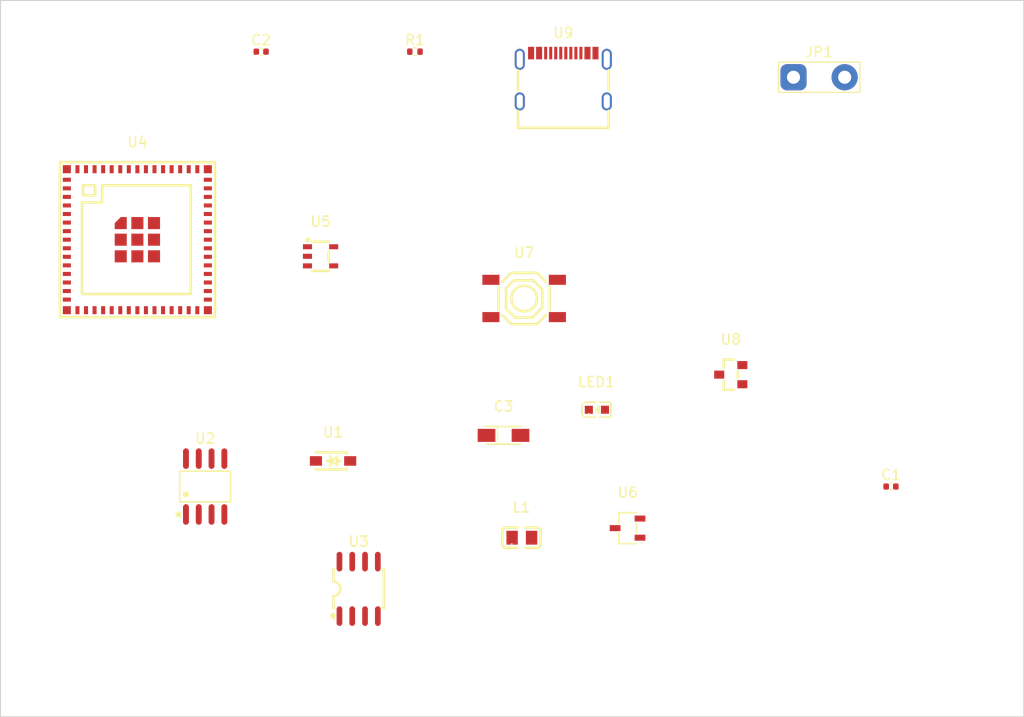
<source format=kicad_pcb>
(kicad_pcb (version 20221018) (generator pcbnew)
  (layers (0 "F.Cu" signal) (31 "B.Cu" signal) (34 "B.Paste" user) (35 "F.Paste" user) (36 "B.SilkS" user "B.Silkscreen") (37 "F.SilkS" user "F.Silkscreen") (38 "B.Mask" user) (39 "F.Mask" user) (44 "Edge.Cuts" user))
  (net 0 "")
  (footprint "footprint:SOD-123_L2.7-W1.6-LS3.7-RD-1" (layer "F.Cu") (at 25.4 60.96)
    (fp_text reference "U1" (at 0 -2.850013) (layer "F.SilkS"))
    (fp_text value "B5819W_C8598")
    (fp_line (start -1.642977 -0.850013) (end -1.643993 -0.848997) (stroke (width 0.254001)) (layer "F.SilkS"))
    (fp_line (start -1.637973 0.850013) (end -1.638989 0.848997) (stroke (width 0.254001)) (layer "F.SilkS"))
    (fp_line (start -1.346203 -0.850013) (end -1.642977 -0.850013) (stroke (width 0.254001)) (layer "F.SilkS"))
    (fp_line (start -1.346203 -0.850013) (end 1.346203 -0.850013) (stroke (width 0.254001)) (layer "F.SilkS"))
    (fp_line (start -1.346203 0.850013) (end -1.637973 0.850013) (stroke (width 0.254001)) (layer "F.SilkS"))
    (fp_line (start -0.28001 0) (end -0.610008 0) (stroke (width 0.254001)) (layer "F.SilkS"))
    (fp_line (start -0.254001 -0.508001) (end -0.254001 0.508001) (stroke (width 0.254001)) (layer "F.SilkS"))
    (fp_line (start -0.1778 0) (end 0.406401 -0.406401) (stroke (width 0.254001)) (layer "F.SilkS"))
    (fp_line (start 0.406401 -0.406401) (end 0.406401 0.406401) (stroke (width 0.254001)) (layer "F.SilkS"))
    (fp_line (start 0.406401 -0.000254) (end 0.720091 -0.000254) (stroke (width 0.254001)) (layer "F.SilkS"))
    (fp_line (start 0.406401 0.406401) (end -0.1778 0) (stroke (width 0.254001)) (layer "F.SilkS"))
    (fp_line (start 1.346203 -0.850013) (end 1.346203 -0.706147) (stroke (width 0.254001)) (layer "F.SilkS"))
    (fp_line (start 1.346203 0.706147) (end 1.346203 0.850013) (stroke (width 0.254001)) (layer "F.SilkS"))
    (fp_line (start 1.346203 0.850013) (end -1.346203 0.850013) (stroke (width 0.254001)) (layer "F.SilkS"))
    (fp_circle (center -1.849886 0.800102) (end -1.819914 0.800102) (stroke (width 0.059995)) (fill none) (layer "F.SilkS"))
    (pad "1" smd rect (at -1.700025 0) (size 1.2 0.950013) (layers "F.Cu" "F.Paste" "F.Mask"))
    (pad "2" smd rect (at 1.700025 0) (size 1.2 0.950013) (layers "F.Cu" "F.Paste" "F.Mask"))
  )
  (footprint "TestPoint:TestPoint_2Pads_Pitch5.08mm_Drill1.3mm" (layer "F.Cu") (at 71.12 22.86)
    (fp_text reference "JP1" (at 2.54 -2.5) (layer "F.SilkS"))
    (fp_text value "Jumper_2_Bridged")
    (fp_line (start -1.5 -1.5) (end -1.5 1.5) (stroke (width 0.12)) (layer "F.SilkS"))
    (fp_line (start -1.5 -1.5) (end 6.6 -1.5) (stroke (width 0.12)) (layer "F.SilkS"))
    (fp_line (start 6.6 1.5) (end -1.5 1.5) (stroke (width 0.12)) (layer "F.SilkS"))
    (fp_line (start 6.6 1.5) (end 6.6 -1.5) (stroke (width 0.12)) (layer "F.SilkS"))
    (pad "1" thru_hole roundrect (at 0 0) (size 2.6 2.6) (drill 1.3) (layers "*.Cu" "*.Mask"))
    (pad "2" thru_hole circle (at 5.08 0) (size 2.6 2.6) (drill 1.3) (layers "*.Cu" "*.Mask"))
  )
  (footprint "footprint:SW-SMD_4P-L5.1-W5.1-P3.70-LS6.5-TL-2" (layer "F.Cu") (at 44.37482 44.824808)
    (fp_text reference "U7" (at 0 -4.550165) (layer "F.SilkS"))
    (fp_text value "TS-1187A-B-A-B")
    (fp_line (start -2.550165 -1.168402) (end -2.550165 1.168402) (stroke (width 0.254001)) (layer "F.SilkS"))
    (fp_line (start -2.170155 1.655093) (end -1.275083 2.550165) (stroke (width 0.254001)) (layer "F.SilkS"))
    (fp_line (start -1.800864 -1.000762) (end -1.000762 -1.800864) (stroke (width 0.254001)) (layer "F.SilkS"))
    (fp_line (start -1.800864 0.998222) (end -1.800864 -1.000762) (stroke (width 0.254001)) (layer "F.SilkS"))
    (fp_line (start -1.275083 -2.550165) (end -2.170155 -1.655093) (stroke (width 0.254001)) (layer "F.SilkS"))
    (fp_line (start -1.275083 -2.550165) (end 1.275083 -2.550165) (stroke (width 0.254001)) (layer "F.SilkS"))
    (fp_line (start -1.275083 2.550165) (end 1.275083 2.550165) (stroke (width 0.254001)) (layer "F.SilkS"))
    (fp_line (start -1.000762 -1.800864) (end 0.899162 -1.800864) (stroke (width 0.254001)) (layer "F.SilkS"))
    (fp_line (start -0.899162 1.899924) (end -1.800864 0.998222) (stroke (width 0.254001)) (layer "F.SilkS"))
    (fp_line (start 0.800102 1.899924) (end -0.899162 1.899924) (stroke (width 0.254001)) (layer "F.SilkS"))
    (fp_line (start 0.899162 -1.800864) (end 1.800864 -0.899162) (stroke (width 0.254001)) (layer "F.SilkS"))
    (fp_line (start 1.275083 -2.550165) (end 2.170155 -1.655093) (stroke (width 0.254001)) (layer "F.SilkS"))
    (fp_line (start 1.800864 -0.899162) (end 1.800864 0.899162) (stroke (width 0.254001)) (layer "F.SilkS"))
    (fp_line (start 1.800864 0.899162) (end 0.800102 1.899924) (stroke (width 0.254001)) (layer "F.SilkS"))
    (fp_line (start 2.170155 1.655093) (end 1.275083 2.550165) (stroke (width 0.254001)) (layer "F.SilkS"))
    (fp_line (start 2.550165 -1.168402) (end 2.550165 1.168402) (stroke (width 0.254001)) (layer "F.SilkS"))
    (fp_circle (center -3.249936 -2.549911) (end -3.219964 -2.549911) (stroke (width 0.059995)) (fill none) (layer "F.SilkS"))
    (fp_circle (center 0 0) (end 1.275083 0) (stroke (width 0.254001)) (fill none) (layer "F.SilkS"))
    (pad "1" smd rect (at -3.299975 -1.850191) (size 1.7 1) (layers "F.Cu" "F.Paste" "F.Mask"))
    (pad "2" smd rect (at 3.299975 -1.850216) (size 1.7 1) (layers "F.Cu" "F.Paste" "F.Mask"))
    (pad "3" smd rect (at -3.299975 1.850216) (size 1.7 1) (layers "F.Cu" "F.Paste" "F.Mask"))
    (pad "4" smd rect (at 3.299975 1.850191) (size 1.7 1) (layers "F.Cu" "F.Paste" "F.Mask"))
  )
  (footprint "footprint:SOIC-8_L4.9-W3.9-P1.27-LS6.0-BL" (layer "F.Cu") (at 12.7 63.5)
    (fp_text reference "U2" (at 0 -4.772416) (layer "F.SilkS"))
    (fp_text value "MCP6002T-I_SN")
    (fp_line (start -2.526213 -1.521412) (end 2.526213 -1.521412) (stroke (width 0.1524)) (layer "F.SilkS"))
    (fp_line (start -2.526213 1.521412) (end -2.526213 -1.521412) (stroke (width 0.1524)) (layer "F.SilkS"))
    (fp_line (start 2.526213 -1.521412) (end 2.526213 1.521412) (stroke (width 0.1524)) (layer "F.SilkS"))
    (fp_line (start 2.526213 1.521412) (end -2.526213 1.521412) (stroke (width 0.1524)) (layer "F.SilkS"))
    (fp_circle (center -2.651511 2.772416) (end -2.501397 2.772416) (stroke (width 0.3)) (fill none) (layer "F.SilkS"))
    (fp_circle (center -2.450089 3) (end -2.420117 3) (stroke (width 0.059995)) (fill none) (layer "F.SilkS"))
    (fp_circle (center -1.905004 0.769114) (end -1.75489 0.769114) (stroke (width 0.3)) (fill none) (layer "F.SilkS"))
    (pad "1" smd oval (at -1.905004 2.772416) (size 0.588011 2.045009) (layers "F.Cu" "F.Paste" "F.Mask"))
    (pad "2" smd oval (at -0.635001 2.772416) (size 0.588011 2.045009) (layers "F.Cu" "F.Paste" "F.Mask"))
    (pad "3" smd oval (at 0.635001 2.772416) (size 0.588011 2.045009) (layers "F.Cu" "F.Paste" "F.Mask"))
    (pad "4" smd oval (at 1.905004 2.772416) (size 0.588011 2.045009) (layers "F.Cu" "F.Paste" "F.Mask"))
    (pad "5" smd oval (at 1.905004 -2.772416) (size 0.588011 2.045009) (layers "F.Cu" "F.Paste" "F.Mask"))
    (pad "6" smd oval (at 0.635001 -2.772416) (size 0.588011 2.045009) (layers "F.Cu" "F.Paste" "F.Mask"))
    (pad "7" smd oval (at -0.635001 -2.772416) (size 0.588011 2.045009) (layers "F.Cu" "F.Paste" "F.Mask"))
    (pad "8" smd oval (at -1.905004 -2.772416) (size 0.588011 2.045009) (layers "F.Cu" "F.Paste" "F.Mask"))
  )
  (footprint "Capacitor_SMD:C_0402_1005Metric" (layer "F.Cu") (at 80.8 63.5)
    (fp_text reference "C1" (at 0 -1.16) (layer "F.SilkS"))
    (fp_text value "0402,1.5pF,50V,C0G ")
    (fp_line (start -0.107836 -0.36) (end 0.107836 -0.36) (stroke (width 0.12)) (layer "F.SilkS"))
    (fp_line (start -0.107836 0.36) (end 0.107836 0.36) (stroke (width 0.12)) (layer "F.SilkS"))
    (pad "1" smd roundrect (at -0.48 0) (size 0.56 0.62) (layers "F.Cu" "F.Paste" "F.Mask"))
    (pad "2" smd roundrect (at 0.48 0) (size 0.56 0.62) (layers "F.Cu" "F.Paste" "F.Mask"))
  )
  (footprint "footprint:SOT-23-3_L2.9-W1.6-P1.90-LS2.8-BR" (layer "F.Cu") (at 54.644923 67.630038)
    (fp_text reference "U6" (at 0 -3.536195) (layer "F.SilkS"))
    (fp_text value "XC6206P332MR")
    (fp_line (start -0.876327 -1.536195) (end -0.876327 -0.49459) (stroke (width 0.1524)) (layer "F.SilkS"))
    (fp_line (start -0.876327 1.536195) (end -0.876327 0.49459) (stroke (width 0.1524)) (layer "F.SilkS"))
    (fp_line (start 0.876073 -1.536195) (end -0.876327 -1.536195) (stroke (width 0.1524)) (layer "F.SilkS"))
    (fp_line (start 0.876073 -0.455398) (end 0.876073 0.455398) (stroke (width 0.1524)) (layer "F.SilkS"))
    (fp_line (start 0.876073 1.536195) (end -0.876327 1.536195) (stroke (width 0.1524)) (layer "F.SilkS"))
    (fp_circle (center 1.399873 1.459995) (end 1.42987 1.459995) (stroke (width 0.059995)) (fill none) (layer "F.SilkS"))
    (pad "1" smd rect (at 1.235077 0.949962) (size 1.070003 0.6) (layers "F.Cu" "F.Paste" "F.Mask"))
    (pad "2" smd rect (at 1.235077 -0.949962) (size 1.070003 0.6) (layers "F.Cu" "F.Paste" "F.Mask"))
    (pad "3" smd rect (at -1.235077 0) (size 1.070003 0.6) (layers "F.Cu" "F.Paste" "F.Mask"))
  )
  (footprint "Resistor_SMD:R_0402_1005Metric" (layer "F.Cu") (at 33.53 20.32)
    (fp_text reference "R1" (at 0 -1.17) (layer "F.SilkS"))
    (fp_text value "0402,0")
    (fp_line (start -0.153641 -0.38) (end 0.153641 -0.38) (stroke (width 0.12)) (layer "F.SilkS"))
    (fp_line (start -0.153641 0.38) (end 0.153641 0.38) (stroke (width 0.12)) (layer "F.SilkS"))
    (pad "1" smd roundrect (at -0.51 0) (size 0.54 0.64) (layers "F.Cu" "F.Paste" "F.Mask"))
    (pad "2" smd roundrect (at 0.51 0) (size 0.54 0.64) (layers "F.Cu" "F.Paste" "F.Mask"))
  )
  (footprint "footprint:BULETM-SMD_ESPRESSIF_ESP32-S3-MINI-1U-N8" (layer "F.Cu") (at 5.970013 38.990013)
    (fp_text reference "U4" (at -0.000102 -9.700127) (layer "F.SilkS"))
    (fp_text value "ESP32-S3-MINI-1U-N8")
    (fp_line (start -7.700127 -7.700127) (end 7.699924 -7.700127) (stroke (width 0.254001)) (layer "F.SilkS"))
    (fp_line (start -7.700127 7.699924) (end -7.700127 -7.700127) (stroke (width 0.254001)) (layer "F.SilkS"))
    (fp_line (start -5.500127 -3.700102) (end -3.500102 -3.700102) (stroke (width 0.254001)) (layer "F.SilkS"))
    (fp_line (start -5.500127 -3.500102) (end -5.500127 -3.700102) (stroke (width 0.254001)) (layer "F.SilkS"))
    (fp_line (start -5.500127 5.399924) (end -5.500127 -3.500102) (stroke (width 0.254001)) (layer "F.SilkS"))
    (fp_line (start -5.400127 -5.400127) (end -5.400127 -4.400102) (stroke (width 0.254001)) (layer "F.SilkS"))
    (fp_line (start -5.400127 -4.400102) (end -4.200102 -4.400102) (stroke (width 0.254001)) (layer "F.SilkS"))
    (fp_line (start -4.200102 -5.400127) (end -5.400127 -5.400127) (stroke (width 0.254001)) (layer "F.SilkS"))
    (fp_line (start -4.200102 -4.400102) (end -4.200102 -5.400127) (stroke (width 0.254001)) (layer "F.SilkS"))
    (fp_line (start -3.500102 -5.400127) (end 5.299924 -5.400127) (stroke (width 0.254001)) (layer "F.SilkS"))
    (fp_line (start -3.500102 -3.700102) (end -3.500102 -5.400127) (stroke (width 0.254001)) (layer "F.SilkS"))
    (fp_line (start 5.299924 -5.400127) (end 5.299924 5.399924) (stroke (width 0.254001)) (layer "F.SilkS"))
    (fp_line (start 5.299924 5.399924) (end -5.500127 5.399924) (stroke (width 0.254001)) (layer "F.SilkS"))
    (fp_line (start 7.699924 -7.700127) (end 7.699924 7.699924) (stroke (width 0.254001)) (layer "F.SilkS"))
    (fp_line (start 7.699924 7.699924) (end -7.700127 7.699924) (stroke (width 0.254001)) (layer "F.SilkS"))
    (fp_circle (center -7.700102 -7.700102) (end -7.670104 -7.700102) (stroke (width 0.059995)) (fill none) (layer "F.SilkS"))
    (pad "1" smd rect (at -7 -5.950216 90) (size 0.4 0.8) (layers "F.Cu" "F.Paste" "F.Mask"))
    (pad "2" smd rect (at -7 -5.100076 90) (size 0.4 0.8) (layers "F.Cu" "F.Paste" "F.Mask"))
    (pad "3" smd rect (at -7 -4.250191 90) (size 0.4 0.8) (layers "F.Cu" "F.Paste" "F.Mask"))
    (pad "4" smd rect (at -7 -3.400051 90) (size 0.4 0.8) (layers "F.Cu" "F.Paste" "F.Mask"))
    (pad "5" smd rect (at -7 -2.550165 90) (size 0.4 0.8) (layers "F.Cu" "F.Paste" "F.Mask"))
    (pad "6" smd rect (at -7 -1.700025 90) (size 0.4 0.8) (layers "F.Cu" "F.Paste" "F.Mask"))
    (pad "7" smd rect (at -7 -0.85014 90) (size 0.4 0.8) (layers "F.Cu" "F.Paste" "F.Mask"))
    (pad "8" smd rect (at -7 0 90) (size 0.4 0.8) (layers "F.Cu" "F.Paste" "F.Mask"))
    (pad "9" smd rect (at -7 0.849886 90) (size 0.4 0.8) (layers "F.Cu" "F.Paste" "F.Mask"))
    (pad "10" smd rect (at -7 1.699771 90) (size 0.4 0.8) (layers "F.Cu" "F.Paste" "F.Mask"))
    (pad "11" smd rect (at -7 2.549911 90) (size 0.4 0.8) (layers "F.Cu" "F.Paste" "F.Mask"))
    (pad "12" smd rect (at -7 3.399797 90) (size 0.4 0.8) (layers "F.Cu" "F.Paste" "F.Mask"))
    (pad "13" smd rect (at -7 4.249936 90) (size 0.4 0.8) (layers "F.Cu" "F.Paste" "F.Mask"))
    (pad "14" smd rect (at -7 5.099822 90) (size 0.4 0.8) (layers "F.Cu" "F.Paste" "F.Mask"))
    (pad "15" smd rect (at -7 5.949962 90) (size 0.4 0.8) (layers "F.Cu" "F.Paste" "F.Mask"))
    (pad "16" smd rect (at -5.950216 7 180) (size 0.4 0.8) (layers "F.Cu" "F.Paste" "F.Mask"))
    (pad "17" smd rect (at -5.100076 7 180) (size 0.4 0.8) (layers "F.Cu" "F.Paste" "F.Mask"))
    (pad "18" smd rect (at -4.250191 7 180) (size 0.4 0.8) (layers "F.Cu" "F.Paste" "F.Mask"))
    (pad "19" smd rect (at -3.400051 7 180) (size 0.4 0.8) (layers "F.Cu" "F.Paste" "F.Mask"))
    (pad "20" smd rect (at -2.550165 7 180) (size 0.4 0.8) (layers "F.Cu" "F.Paste" "F.Mask"))
    (pad "21" smd rect (at -1.700025 7 180) (size 0.4 0.8) (layers "F.Cu" "F.Paste" "F.Mask"))
    (pad "22" smd rect (at -0.85014 7 180) (size 0.4 0.8) (layers "F.Cu" "F.Paste" "F.Mask"))
    (pad "23" smd rect (at 0 7 180) (size 0.4 0.8) (layers "F.Cu" "F.Paste" "F.Mask"))
    (pad "24" smd rect (at 0.849886 7 180) (size 0.4 0.8) (layers "F.Cu" "F.Paste" "F.Mask"))
    (pad "25" smd rect (at 1.700025 7 180) (size 0.4 0.8) (layers "F.Cu" "F.Paste" "F.Mask"))
    (pad "26" smd rect (at 2.549911 7 180) (size 0.4 0.8) (layers "F.Cu" "F.Paste" "F.Mask"))
    (pad "27" smd rect (at 3.399797 7 180) (size 0.4 0.8) (layers "F.Cu" "F.Paste" "F.Mask"))
    (pad "28" smd rect (at 4.249936 7 180) (size 0.4 0.8) (layers "F.Cu" "F.Paste" "F.Mask"))
    (pad "29" smd rect (at 5.099822 7 180) (size 0.4 0.8) (layers "F.Cu" "F.Paste" "F.Mask"))
    (pad "30" smd rect (at 5.949962 7 180) (size 0.4 0.8) (layers "F.Cu" "F.Paste" "F.Mask"))
    (pad "31" smd rect (at 7 5.949962 90) (size 0.4 0.8) (layers "F.Cu" "F.Paste" "F.Mask"))
    (pad "32" smd rect (at 7 5.099822 90) (size 0.4 0.8) (layers "F.Cu" "F.Paste" "F.Mask"))
    (pad "33" smd rect (at 7 4.249936 90) (size 0.4 0.8) (layers "F.Cu" "F.Paste" "F.Mask"))
    (pad "34" smd rect (at 7 3.399797 90) (size 0.4 0.8) (layers "F.Cu" "F.Paste" "F.Mask"))
    (pad "35" smd rect (at 7 2.549911 90) (size 0.4 0.8) (layers "F.Cu" "F.Paste" "F.Mask"))
    (pad "36" smd rect (at 7 1.699771 90) (size 0.4 0.8) (layers "F.Cu" "F.Paste" "F.Mask"))
    (pad "37" smd rect (at 7 0.849886 90) (size 0.4 0.8) (layers "F.Cu" "F.Paste" "F.Mask"))
    (pad "38" smd rect (at 7 0 90) (size 0.4 0.8) (layers "F.Cu" "F.Paste" "F.Mask"))
    (pad "39" smd rect (at 7 -0.85014 90) (size 0.4 0.8) (layers "F.Cu" "F.Paste" "F.Mask"))
    (pad "40" smd rect (at 7 -1.700025 90) (size 0.4 0.8) (layers "F.Cu" "F.Paste" "F.Mask"))
    (pad "41" smd rect (at 7 -2.550165 90) (size 0.4 0.8) (layers "F.Cu" "F.Paste" "F.Mask"))
    (pad "42" smd rect (at 7 -3.400051 90) (size 0.4 0.8) (layers "F.Cu" "F.Paste" "F.Mask"))
    (pad "43" smd rect (at 7 -4.250191 90) (size 0.4 0.8) (layers "F.Cu" "F.Paste" "F.Mask"))
    (pad "44" smd rect (at 7 -5.100076 90) (size 0.4 0.8) (layers "F.Cu" "F.Paste" "F.Mask"))
    (pad "45" smd rect (at 7 -5.950216 90) (size 0.4 0.8) (layers "F.Cu" "F.Paste" "F.Mask"))
    (pad "46" smd rect (at 5.949962 -7 180) (size 0.4 0.8) (layers "F.Cu" "F.Paste" "F.Mask"))
    (pad "47" smd rect (at 5.099822 -7 180) (size 0.4 0.8) (layers "F.Cu" "F.Paste" "F.Mask"))
    (pad "48" smd rect (at 4.249936 -7 180) (size 0.4 0.8) (layers "F.Cu" "F.Paste" "F.Mask"))
    (pad "49" smd rect (at 3.399797 -7 180) (size 0.4 0.8) (layers "F.Cu" "F.Paste" "F.Mask"))
    (pad "50" smd rect (at 2.549911 -7 180) (size 0.4 0.8) (layers "F.Cu" "F.Paste" "F.Mask"))
    (pad "51" smd rect (at 1.700025 -7 180) (size 0.4 0.8) (layers "F.Cu" "F.Paste" "F.Mask"))
    (pad "52" smd rect (at 0.849886 -7 180) (size 0.4 0.8) (layers "F.Cu" "F.Paste" "F.Mask"))
    (pad "53" smd rect (at 0 -7 180) (size 0.4 0.8) (layers "F.Cu" "F.Paste" "F.Mask"))
    (pad "54" smd rect (at -0.85014 -7 180) (size 0.4 0.8) (layers "F.Cu" "F.Paste" "F.Mask"))
    (pad "55" smd rect (at -1.700025 -7 180) (size 0.4 0.8) (layers "F.Cu" "F.Paste" "F.Mask"))
    (pad "56" smd rect (at -2.550165 -7 180) (size 0.4 0.8) (layers "F.Cu" "F.Paste" "F.Mask"))
    (pad "57" smd rect (at -3.400051 -7 180) (size 0.4 0.8) (layers "F.Cu" "F.Paste" "F.Mask"))
    (pad "58" smd rect (at -4.250191 -7 180) (size 0.4 0.8) (layers "F.Cu" "F.Paste" "F.Mask"))
    (pad "59" smd rect (at -5.100076 -7 180) (size 0.4 0.8) (layers "F.Cu" "F.Paste" "F.Mask"))
    (pad "60" smd rect (at -5.950216 -7 180) (size 0.4 0.8) (layers "F.Cu" "F.Paste" "F.Mask"))
    (pad "61" smd custom (at -1.649987 -1.650241) (size 0.1 0.1) (layers "F.Cu" "F.Paste" "F.Mask") (options (clearance outline) (anchor circle)) (primitives (gr_poly (pts (xy 0.599873 0.600102) (xy 0.599873 -0.599898) (xy -0.000127 -0.599898) (xy -0.600127 0.000102) (xy -0.600127 0.600102) (xy 0.599873 0.600102)) (width 0) (fill yes))))
    (pad "61" smd rect (at -1.649987 0) (size 1.2 1.2) (layers "F.Cu" "F.Paste" "F.Mask"))
    (pad "61" smd rect (at -1.649987 1.649987) (size 1.2 1.2) (layers "F.Cu" "F.Paste" "F.Mask"))
    (pad "61" smd rect (at 0 -1.649987) (size 1.2 1.2) (layers "F.Cu" "F.Paste" "F.Mask"))
    (pad "61" smd rect (at 0 0) (size 1.2 1.2) (layers "F.Cu" "F.Paste" "F.Mask"))
    (pad "61" smd rect (at 0 1.649987) (size 1.2 1.2) (layers "F.Cu" "F.Paste" "F.Mask"))
    (pad "61" smd rect (at 1.649987 -1.649987) (size 1.2 1.2) (layers "F.Cu" "F.Paste" "F.Mask"))
    (pad "61" smd rect (at 1.649987 0) (size 1.2 1.2) (layers "F.Cu" "F.Paste" "F.Mask"))
    (pad "61" smd rect (at 1.649987 1.649987) (size 1.2 1.2) (layers "F.Cu" "F.Paste" "F.Mask"))
    (pad "62" smd rect (at -7 -7 90) (size 0.8 0.8) (layers "F.Cu" "F.Paste" "F.Mask"))
    (pad "63" smd rect (at -7 7 90) (size 0.8 0.8) (layers "F.Cu" "F.Paste" "F.Mask"))
    (pad "64" smd rect (at 7 7 90) (size 0.8 0.8) (layers "F.Cu" "F.Paste" "F.Mask"))
    (pad "65" smd rect (at 7 -7 90) (size 0.8 0.8) (layers "F.Cu" "F.Paste" "F.Mask"))
  )
  (footprint "footprint:SOT-23_L2.9-W1.3-P1.90-LS2.4-BR" (layer "F.Cu") (at 64.889987 52.389987)
    (fp_text reference "U8" (at 0 -3.5) (layer "F.SilkS"))
    (fp_text value "AO3401A")
    (fp_line (start -0.7 -1.5) (end 0.300025 -1.5) (stroke (width 0.254001)) (layer "F.SilkS"))
    (fp_line (start -0.7 -0.635992) (end -0.7 -1.5) (stroke (width 0.254001)) (layer "F.SilkS"))
    (fp_line (start -0.7 1.5) (end -0.7 0.635992) (stroke (width 0.254001)) (layer "F.SilkS"))
    (fp_line (start -0.7 1.5) (end 0.300025 1.5) (stroke (width 0.254001)) (layer "F.SilkS"))
    (fp_line (start 0.7 0.31397) (end 0.7 -0.31397) (stroke (width 0.254001)) (layer "F.SilkS"))
    (fp_circle (center 1.2 1.449987) (end 1.229997 1.449987) (stroke (width 0.059995)) (fill none) (layer "F.SilkS"))
    (pad "1" smd rect (at 1.150013 0.950013 180) (size 1 0.8) (layers "F.Cu" "F.Paste" "F.Mask"))
    (pad "2" smd rect (at 1.150013 -0.950013 180) (size 1 0.8) (layers "F.Cu" "F.Paste" "F.Mask"))
    (pad "3" smd rect (at -1.150013 -0.000051 180) (size 1 0.8) (layers "F.Cu" "F.Paste" "F.Mask"))
  )
  (footprint "footprint:LED0603-RD" (layer "F.Cu") (at 51.599467 55.876571)
    (fp_text reference "LED1" (at -0.049568 -2.756591) (layer "F.SilkS"))
    (fp_text value "19-217_GHC-YR1S2_3T")
    (fp_line (start -1.489611 -0.454331) (end -1.189662 -0.75428) (stroke (width 0.150013)) (layer "F.SilkS"))
    (fp_line (start -1.489611 -0.354178) (end -1.489611 -0.454331) (stroke (width 0.150013)) (layer "F.SilkS"))
    (fp_line (start -1.489611 -0.354178) (end -1.489611 0.345771) (stroke (width 0.150013)) (layer "F.SilkS"))
    (fp_line (start -1.489611 0.345771) (end -1.489611 0.445796) (stroke (width 0.150013)) (layer "F.SilkS"))
    (fp_line (start -1.489611 0.445796) (end -1.189662 0.745847) (stroke (width 0.150013)) (layer "F.SilkS"))
    (fp_line (start -0.139548 -0.75428) (end -1.189662 -0.75428) (stroke (width 0.150013)) (layer "F.SilkS"))
    (fp_line (start -0.139548 0.745847) (end -1.189662 0.745847) (stroke (width 0.150013)) (layer "F.SilkS"))
    (fp_line (start 0.210465 0.32352) (end -0.119583 -0.006528) (stroke (width 0.150013)) (layer "F.SilkS"))
    (fp_line (start 0.220422 -0.356515) (end 0.220422 -0.346533) (stroke (width 0.150013)) (layer "F.SilkS"))
    (fp_line (start 0.220422 -0.356515) (end 0.220422 0.32352) (stroke (width 0.150013)) (layer "F.SilkS"))
    (fp_line (start 0.220422 -0.346533) (end -0.119583 -0.006528) (stroke (width 0.150013)) (layer "F.SilkS"))
    (fp_line (start 0.220422 -0.006528) (end -0.119583 -0.006528) (stroke (width 0.150013)) (layer "F.SilkS"))
    (fp_line (start 0.220422 0.32352) (end 0.210465 0.32352) (stroke (width 0.150013)) (layer "F.SilkS"))
    (fp_line (start 0.240462 -0.756591) (end 1.390475 -0.756591) (stroke (width 0.150013)) (layer "F.SilkS"))
    (fp_line (start 0.240462 0.743536) (end 1.390475 0.743536) (stroke (width 0.150013)) (layer "F.SilkS"))
    (fp_line (start 1.390475 -0.75649) (end 1.390475 0.723444) (stroke (width 0.150013)) (layer "F.SilkS"))
    (fp_circle (center -0.799467 0.40348) (end -0.769495 0.40348) (stroke (width 0.059995)) (fill none) (layer "F.SilkS"))
    (pad "1" smd rect (at -0.799467 0.003429 90) (size 0.8 0.8) (layers "F.Cu" "F.Paste" "F.Mask"))
    (pad "2" smd rect (at 0.799467 -0.003429 90) (size 0.8 0.8) (layers "F.Cu" "F.Paste" "F.Mask"))
  )
  (footprint "footprint:SOT-25_L3.0-W1.6-P0.95-LS2.8-TL" (layer "F.Cu") (at 24.159975 40.64)
    (fp_text reference "U5" (at 0 -3.450013) (layer "F.SilkS"))
    (fp_text value "XC6220B331MR-G")
    (fp_line (start -0.800025 -1.450013) (end -0.800025 -1.425578) (stroke (width 0.254001)) (layer "F.SilkS"))
    (fp_line (start -0.800025 -1.450013) (end 0.800025 -1.450013) (stroke (width 0.254001)) (layer "F.SilkS"))
    (fp_line (start -0.800025 1.425654) (end -0.800025 1.450013) (stroke (width 0.254001)) (layer "F.SilkS"))
    (fp_line (start -0.800025 1.450013) (end 0.800025 1.450013) (stroke (width 0.254001)) (layer "F.SilkS"))
    (fp_line (start 0.800025 -1.425578) (end 0.800025 -1.450013) (stroke (width 0.254001)) (layer "F.SilkS"))
    (fp_line (start 0.800025 0.474448) (end 0.800025 -0.474397) (stroke (width 0.254001)) (layer "F.SilkS"))
    (fp_line (start 0.800025 1.450013) (end 0.800025 1.425654) (stroke (width 0.254001)) (layer "F.SilkS"))
    (fp_circle (center -1.4 -1.5) (end -1.370003 -1.5) (stroke (width 0.059995)) (fill none) (layer "F.SilkS"))
    (fp_circle (center -1.270003 -1.651003) (end -1.143002 -1.651003) (stroke (width 0.254001)) (fill none) (layer "F.SilkS"))
    (pad "1" smd rect (at -1.299975 -0.949962 270) (size 0.5 0.9) (layers "F.Cu" "F.Paste" "F.Mask"))
    (pad "2" smd rect (at -1.299975 0 270) (size 0.5 0.9) (layers "F.Cu" "F.Paste" "F.Mask"))
    (pad "3" smd rect (at -1.299975 0.949962 270) (size 0.5 0.9) (layers "F.Cu" "F.Paste" "F.Mask"))
    (pad "4" smd rect (at 1.299975 0.949962 270) (size 0.5 0.9) (layers "F.Cu" "F.Paste" "F.Mask"))
    (pad "5" smd rect (at 1.299975 -0.949962 270) (size 0.5 0.9) (layers "F.Cu" "F.Paste" "F.Mask"))
  )
  (footprint "footprint:L0805" (layer "F.Cu") (at 44.146218 68.58)
    (fp_text reference "L1" (at -0.040259 -3.015951) (layer "F.SilkS"))
    (fp_text value "CMI201209U2R2KT")
    (fp_line (start -1.945263 -0.761951) (end -1.945263 0.635052) (stroke (width 0.254001)) (layer "F.SilkS"))
    (fp_line (start -1.945263 0.635052) (end -1.945263 0.762052) (stroke (width 0.254001)) (layer "F.SilkS"))
    (fp_line (start -1.945263 0.762052) (end -1.691262 1.016053) (stroke (width 0.254001)) (layer "F.SilkS"))
    (fp_line (start -1.691262 -1.015951) (end -1.945263 -0.761951) (stroke (width 0.254001)) (layer "F.SilkS"))
    (fp_line (start -1.691262 1.016053) (end -0.42126 1.016053) (stroke (width 0.254001)) (layer "F.SilkS"))
    (fp_line (start -1.564262 -1.015951) (end -1.691262 -1.015951) (stroke (width 0.254001)) (layer "F.SilkS"))
    (fp_line (start -0.42126 -1.015951) (end -1.564262 -1.015951) (stroke (width 0.254001)) (layer "F.SilkS"))
    (fp_line (start 0.340742 1.016053) (end 1.483744 1.016053) (stroke (width 0.254001)) (layer "F.SilkS"))
    (fp_line (start 1.483744 1.016053) (end 1.610744 1.016053) (stroke (width 0.254001)) (layer "F.SilkS"))
    (fp_line (start 1.610744 -1.015951) (end 0.340742 -1.015951) (stroke (width 0.254001)) (layer "F.SilkS"))
    (fp_line (start 1.610744 1.016053) (end 1.864745 0.762052) (stroke (width 0.254001)) (layer "F.SilkS"))
    (fp_line (start 1.864745 -0.761951) (end 1.610744 -1.015951) (stroke (width 0.254001)) (layer "F.SilkS"))
    (fp_line (start 1.864745 -0.63495) (end 1.864745 -0.761951) (stroke (width 0.254001)) (layer "F.SilkS"))
    (fp_line (start 1.864745 0.762052) (end 1.864745 -0.63495) (stroke (width 0.254001)) (layer "F.SilkS"))
    (fp_circle (center -1 0.63744) (end -0.970003 0.63744) (stroke (width 0.059995)) (fill none) (layer "F.SilkS"))
    (pad "1" smd rect (at -0.966218 0) (size 1.132537 1.377013) (layers "F.Cu" "F.Paste" "F.Mask"))
    (pad "2" smd rect (at 0.966218 0) (size 1.132537 1.377013) (layers "F.Cu" "F.Paste" "F.Mask"))
  )
  (footprint "footprint:USB-C-SMD_G-SWITCH_GT-USB-7010ASV" (layer "F.Cu") (at 48.26 22.86)
    (fp_text reference "U9" (at -0.000038 -4.400025) (layer "F.SilkS"))
    (fp_text value "GT-USB-7010ASV")
    (fp_line (start -4.500051 1.321514) (end -4.500051 -0.691389) (stroke (width 0.254001)) (layer "F.SilkS"))
    (fp_line (start -4.500051 5.030074) (end -4.500051 3.338633) (stroke (width 0.254001)) (layer "F.SilkS"))
    (fp_line (start 4.499975 1.321514) (end 4.499975 -0.691389) (stroke (width 0.254001)) (layer "F.SilkS"))
    (fp_line (start 4.499975 5.030074) (end -4.500051 5.030074) (stroke (width 0.254001)) (layer "F.SilkS"))
    (fp_line (start 4.499975 5.030074) (end 4.499975 3.338633) (stroke (width 0.254001)) (layer "F.SilkS"))
    (fp_circle (center -4.470053 -2.9) (end -4.440056 -2.9) (stroke (width 0.059995)) (fill none) (layer "F.SilkS"))
    (pad "" np_thru_hole circle (at -2.899949 -1.280137) (size 0.649987 0.649987) (drill 0.649987) (layers "*.Cu" "*.Mask"))
    (pad "" np_thru_hole circle (at 2.889992 -1.280137) (size 0.649987 0.649987) (drill 0.649987) (layers "*.Cu" "*.Mask"))
    (pad "1" thru_hole oval (at -4.320066 -1.78001) (size 1 2.1) (drill oval 0.6 1.7) (layers "*.Cu" "*.Mask"))
    (pad "2" thru_hole oval (at 4.320015 -1.78001) (size 1 2.1) (drill oval 0.6 1.7) (layers "*.Cu" "*.Mask"))
    (pad "3" thru_hole oval (at 4.320015 2.400076) (size 1 1.8) (drill oval 0.6 1.4) (layers "*.Cu" "*.Mask"))
    (pad "4" thru_hole oval (at -4.320066 2.400076) (size 1 1.8) (drill oval 0.6 1.4) (layers "*.Cu" "*.Mask"))
    (pad "A1B12" smd rect (at -3.199924 -2.400025) (size 0.6 1.240005) (layers "F.Cu" "F.Paste" "F.Mask"))
    (pad "A4B9" smd rect (at -2.400076 -2.400025) (size 0.6 1.240005) (layers "F.Cu" "F.Paste" "F.Mask"))
    (pad "A5" smd rect (at -1.249962 -2.400025) (size 0.3 1.240005) (layers "F.Cu" "F.Paste" "F.Mask"))
    (pad "A6" smd rect (at -0.249962 -2.400025) (size 0.3 1.240005) (layers "F.Cu" "F.Paste" "F.Mask"))
    (pad "A7" smd rect (at 0.249911 -2.400025) (size 0.3 1.240005) (layers "F.Cu" "F.Paste" "F.Mask"))
    (pad "A8" smd rect (at 1.249911 -2.400025) (size 0.3 1.240005) (layers "F.Cu" "F.Paste" "F.Mask"))
    (pad "B1A12" smd rect (at 3.199873 -2.400025) (size 0.6 1.240005) (layers "F.Cu" "F.Paste" "F.Mask"))
    (pad "B4A9" smd rect (at 2.400025 -2.400025) (size 0.6 1.240005) (layers "F.Cu" "F.Paste" "F.Mask"))
    (pad "B5" smd rect (at 1.750038 -2.400025) (size 0.3 1.240005) (layers "F.Cu" "F.Paste" "F.Mask"))
    (pad "B6" smd rect (at 0.750038 -2.400025) (size 0.3 1.240005) (layers "F.Cu" "F.Paste" "F.Mask"))
    (pad "B7" smd rect (at -0.750089 -2.400025) (size 0.3 1.240005) (layers "F.Cu" "F.Paste" "F.Mask"))
    (pad "B8" smd rect (at -1.750089 -2.400025) (size 0.3 1.240005) (layers "F.Cu" "F.Paste" "F.Mask"))
  )
  (footprint "Capacitor_SMD:C_0402_1005Metric" (layer "F.Cu") (at 18.26 20.32)
    (fp_text reference "C2" (at 0 -1.16) (layer "F.SilkS"))
    (fp_text value "0402,1.5pF,50V,C0G ")
    (fp_line (start -0.107836 -0.36) (end 0.107836 -0.36) (stroke (width 0.12)) (layer "F.SilkS"))
    (fp_line (start -0.107836 0.36) (end 0.107836 0.36) (stroke (width 0.12)) (layer "F.SilkS"))
    (pad "1" smd roundrect (at -0.48 0) (size 0.56 0.62) (layers "F.Cu" "F.Paste" "F.Mask"))
    (pad "2" smd roundrect (at 0.48 0) (size 0.56 0.62) (layers "F.Cu" "F.Paste" "F.Mask"))
  )
  (footprint "footprint:SOIC-8_L5.0-W4.0-P1.27-LS6.0-BL" (layer "F.Cu") (at 27.94 73.66)
    (fp_text reference "U3" (at 0 -4.705105) (layer "F.SilkS"))
    (fp_text value "PCF8563T_5,518")
    (fp_line (start -2.5 -1.905004) (end -2.408585 -1.905004) (stroke (width 0.254001)) (layer "F.SilkS"))
    (fp_line (start -2.5 -1.5) (end -2.5 -1.905004) (stroke (width 0.254001)) (layer "F.SilkS"))
    (fp_line (start -2.5 -1.5) (end -2.5 -0.726289) (stroke (width 0.254001)) (layer "F.SilkS"))
    (fp_line (start -2.5 1.5) (end -2.5 0.726568) (stroke (width 0.254001)) (layer "F.SilkS"))
    (fp_line (start -2.5 1.5) (end -2.5 1.905004) (stroke (width 0.254001)) (layer "F.SilkS"))
    (fp_line (start -2.5 1.905004) (end -2.408585 1.905004) (stroke (width 0.254001)) (layer "F.SilkS"))
    (fp_line (start 2.5 -1.905004) (end 2.408585 -1.905004) (stroke (width 0.254001)) (layer "F.SilkS"))
    (fp_line (start 2.5 -1.5) (end 2.5 -1.905004) (stroke (width 0.254001)) (layer "F.SilkS"))
    (fp_line (start 2.5 -1.5) (end 2.5 1.5) (stroke (width 0.254001)) (layer "F.SilkS"))
    (fp_line (start 2.5 1.5) (end 2.5 1.905004) (stroke (width 0.254001)) (layer "F.SilkS"))
    (fp_line (start 2.5 1.905004) (end 2.408585 1.905004) (stroke (width 0.254001)) (layer "F.SilkS"))
    (fp_arc (start -2.495098 -0.726289) (mid -1.812145 0.002452) (end -2.499999 0.726568) (stroke (width 0.254001)) (layer "F.SilkS"))
    (fp_circle (center -2.540005 2.667005) (end -2.389891 2.667005) (stroke (width 0.3)) (fill none) (layer "F.SilkS"))
    (fp_circle (center -2.420117 3) (end -2.390145 3) (stroke (width 0.059995)) (fill none) (layer "F.SilkS"))
    (pad "1" smd oval (at -1.905004 2.705105) (size 0.568402 1.950216) (layers "F.Cu" "F.Paste" "F.Mask"))
    (pad "2" smd oval (at -0.635001 2.705105) (size 0.568402 1.950216) (layers "F.Cu" "F.Paste" "F.Mask"))
    (pad "3" smd oval (at 0.635001 2.705105) (size 0.568402 1.950216) (layers "F.Cu" "F.Paste" "F.Mask"))
    (pad "4" smd oval (at 1.905004 2.705105) (size 0.568402 1.950216) (layers "F.Cu" "F.Paste" "F.Mask"))
    (pad "5" smd oval (at 1.905004 -2.705105) (size 0.568402 1.950216) (layers "F.Cu" "F.Paste" "F.Mask"))
    (pad "6" smd oval (at 0.635001 -2.705105) (size 0.568402 1.950216) (layers "F.Cu" "F.Paste" "F.Mask"))
    (pad "7" smd oval (at -0.635001 -2.705105) (size 0.568402 1.950216) (layers "F.Cu" "F.Paste" "F.Mask"))
    (pad "8" smd oval (at -1.905004 -2.705105) (size 0.568402 1.950216) (layers "F.Cu" "F.Paste" "F.Mask"))
  )
  (footprint "footprint:CAP-SMD_L3.2-W1.6-RD-C7171" (layer "F.Cu") (at 42.326309 58.42)
    (fp_text reference "C3" (at 0 -2.876226) (layer "F.SilkS"))
    (fp_text value "TAJA106K016RNJ")
    (fp_line (start -0.604318 0.876226) (end -0.604318 -0.876226) (stroke (width 0.1524)) (layer "F.SilkS"))
    (fp_line (start 1.676175 -0.876226) (end -1.676175 -0.876226) (stroke (width 0.1524)) (layer "F.SilkS"))
    (fp_line (start 1.676175 0.876226) (end -1.676175 0.876226) (stroke (width 0.1524)) (layer "F.SilkS"))
    (fp_circle (center -1.778004 -0.889002) (end -1.748031 -0.889002) (stroke (width 0.059995)) (fill none) (layer "F.SilkS"))
    (pad "1" smd rect (at -1.686309 0 180) (size 1.757506 1.296012) (layers "F.Cu" "F.Paste" "F.Mask"))
    (pad "2" smd rect (at 1.686309 0 180) (size 1.757506 1.296012) (layers "F.Cu" "F.Paste" "F.Mask"))
  )
  (gr_rect (start -7.62 15.24) (end 93.98 86.36) (stroke (width 0.1)) (fill none) (layer "Edge.Cuts"))
)
</source>
